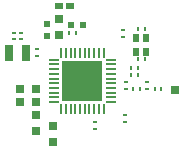
<source format=gtp>
G04*
G04 #@! TF.GenerationSoftware,Altium Limited,Altium Designer,19.0.15 (446)*
G04*
G04 Layer_Color=8421504*
%FSLAX24Y24*%
%MOIN*%
G70*
G01*
G75*
%ADD16R,0.0106X0.0118*%
%ADD17R,0.0118X0.0106*%
%ADD18R,0.0217X0.0256*%
%ADD19R,0.0236X0.0197*%
%ADD20R,0.0256X0.0197*%
%ADD21R,0.0315X0.0295*%
%ADD22R,0.0295X0.0551*%
%ADD23R,0.0295X0.0315*%
%ADD24R,0.0315X0.0315*%
%ADD25R,0.0197X0.0236*%
%ADD26R,0.1378X0.1378*%
%ADD27O,0.0079X0.0335*%
%ADD28O,0.0335X0.0079*%
D16*
X1852Y185D02*
D03*
X1628D02*
D03*
X1852Y415D02*
D03*
X1628D02*
D03*
X1858Y715D02*
D03*
X2082D02*
D03*
X2082Y1715D02*
D03*
X1858D02*
D03*
X-447Y1600D02*
D03*
X-223D02*
D03*
X2408Y-276D02*
D03*
X2632D02*
D03*
X1699D02*
D03*
X1923D02*
D03*
D17*
X1339Y1697D02*
D03*
Y1472D02*
D03*
X423Y-1608D02*
D03*
Y-1384D02*
D03*
X1417Y-1372D02*
D03*
Y-1148D02*
D03*
X-1516Y1067D02*
D03*
Y843D02*
D03*
X1457Y-270D02*
D03*
Y-45D02*
D03*
X-2283Y1608D02*
D03*
Y1384D02*
D03*
X-2047Y1608D02*
D03*
Y1384D02*
D03*
X2165Y-270D02*
D03*
Y-45D02*
D03*
D18*
X1803Y979D02*
D03*
X2137D02*
D03*
Y1431D02*
D03*
X1803Y1431D02*
D03*
D19*
X29Y1876D02*
D03*
X-364D02*
D03*
D20*
X-778Y2480D02*
D03*
X-404D02*
D03*
D21*
X-787Y2077D02*
D03*
Y1545D02*
D03*
X-1535Y-1152D02*
D03*
Y-1683D02*
D03*
X-984Y-1506D02*
D03*
Y-2037D02*
D03*
D22*
X-1880Y945D02*
D03*
X-2451D02*
D03*
D23*
X-1545Y-276D02*
D03*
X-2077D02*
D03*
X-1545Y-709D02*
D03*
X-2077D02*
D03*
D24*
X3091Y-315D02*
D03*
D25*
X-1181Y1890D02*
D03*
Y1496D02*
D03*
D26*
X0Y0D02*
D03*
D27*
X-709Y945D02*
D03*
X-551D02*
D03*
X-394D02*
D03*
X-236D02*
D03*
X-79D02*
D03*
X79D02*
D03*
X236D02*
D03*
X394D02*
D03*
X551D02*
D03*
X709D02*
D03*
Y-945D02*
D03*
X551D02*
D03*
X394D02*
D03*
X236D02*
D03*
X79D02*
D03*
X-79D02*
D03*
X-236D02*
D03*
X-394D02*
D03*
X-551D02*
D03*
X-709D02*
D03*
D28*
X945Y709D02*
D03*
Y551D02*
D03*
Y394D02*
D03*
Y236D02*
D03*
Y79D02*
D03*
Y-79D02*
D03*
Y-236D02*
D03*
Y-394D02*
D03*
Y-551D02*
D03*
Y-709D02*
D03*
X-945D02*
D03*
Y-551D02*
D03*
Y-394D02*
D03*
Y-236D02*
D03*
Y-79D02*
D03*
Y79D02*
D03*
Y236D02*
D03*
Y394D02*
D03*
Y551D02*
D03*
Y709D02*
D03*
M02*

</source>
